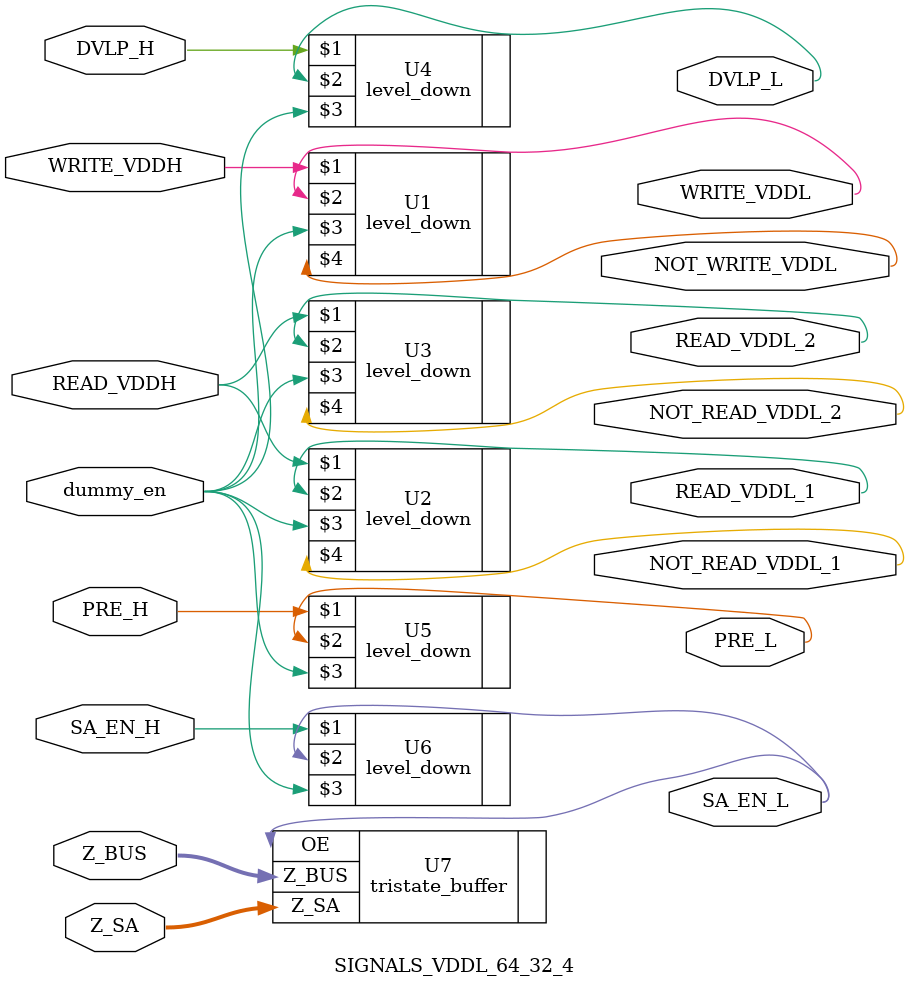
<source format=v>


`include "/ibe/users/da220/Cadence/WORK_TSMC180FORTE/DIGITAL/rtl/level_down/level_down.v"
`include "/ibe/users/da220/Cadence/WORK_TSMC180FORTE/DIGITAL/rtl/tristate_buffer/tristate_buffer.v"

// NAME MODIFIED //
module SIGNALS_VDDL_64_32_4(
// END MODIFY NAME //
WRITE_VDDH,
READ_VDDH,
DVLP_H,
PRE_H,
SA_EN_H,
dummy_en,
WRITE_VDDL,
NOT_WRITE_VDDL,
READ_VDDL_1,
NOT_READ_VDDL_1,
READ_VDDL_2,
NOT_READ_VDDL_2,
DVLP_L,
PRE_L,
Z_SA,
//Z_WR,
Z_BUS,
SA_EN_L,
);

// SKILL MODIFICATIONS //
parameter B_SIZE = 4;
// END OF SKILL MODIFICATION //

// Inputs
input	WRITE_VDDH;
input	READ_VDDH;
input	DVLP_H;
input	PRE_H;
input	SA_EN_H;
input	dummy_en;

// Input Ouput
inout	[B_SIZE-1:0] Z_SA;
//inout	[B_SIZE-1:0] Z_WR;
inout	[B_SIZE-1:0] Z_BUS;

// Outputs
output	WRITE_VDDL;
output	NOT_WRITE_VDDL;
output	READ_VDDL_1;
output	NOT_READ_VDDL_1;
output	READ_VDDL_2;
output	NOT_READ_VDDL_2;
output 	DVLP_L;
output	PRE_L;
output	SA_EN_L;

// Wires
wire	WRITE_VDDH;
wire	READ_VDDH;
wire	DVLP_H;
wire	PRE_H;
wire	SA_EN_H;
wire	dummy_en;
wire	WRITE_VDDL;
wire	NOT_WRITE_VDDL;
wire	READ_VDDL_1;
wire	NOT_READ_VDDL_1;
wire	READ_VDDL_2;
wire	NOT_READ_VDDL_2;
wire 	DVLP_L;
wire	PRE_L;
wire	SA_EN_L;
wire	[B_SIZE-1:0] Z_BUS;
wire	[B_SIZE-1:0] Z_SA;
//wire	[B_SIZE-1:0] Z_WR;



level_down U1(WRITE_VDDH, WRITE_VDDL, dummy_en, NOT_WRITE_VDDL);
level_down U2(READ_VDDH, READ_VDDL_1, dummy_en, NOT_READ_VDDL_1);
level_down U3(READ_VDDH, READ_VDDL_2, dummy_en, NOT_READ_VDDL_2);
level_down U4(DVLP_H, DVLP_L, dummy_en,);
level_down U5(PRE_H, PRE_L, dummy_en,);
level_down U6(SA_EN_H, SA_EN_L, dummy_en,);
tristate_buffer #(B_SIZE) U7(
.Z_SA	(Z_SA),
//.Z_WR	(Z_WR),
.Z_BUS	(Z_BUS),
.OE		(SA_EN_L)
);

endmodule
</source>
